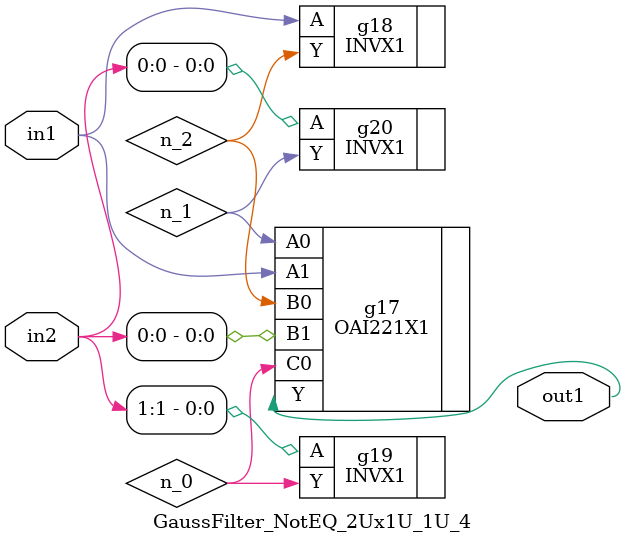
<source format=v>
`timescale 1ps / 1ps


module GaussFilter_NotEQ_2Ux1U_1U_4(in2, in1, out1);
  input [1:0] in2;
  input in1;
  output out1;
  wire [1:0] in2;
  wire in1;
  wire out1;
  wire n_0, n_1, n_2;
  OAI221X1 g17(.A0 (n_1), .A1 (in1), .B0 (n_2), .B1 (in2[0]), .C0
       (n_0), .Y (out1));
  INVX1 g18(.A (in1), .Y (n_2));
  INVX1 g20(.A (in2[0]), .Y (n_1));
  INVX1 g19(.A (in2[1]), .Y (n_0));
endmodule



</source>
